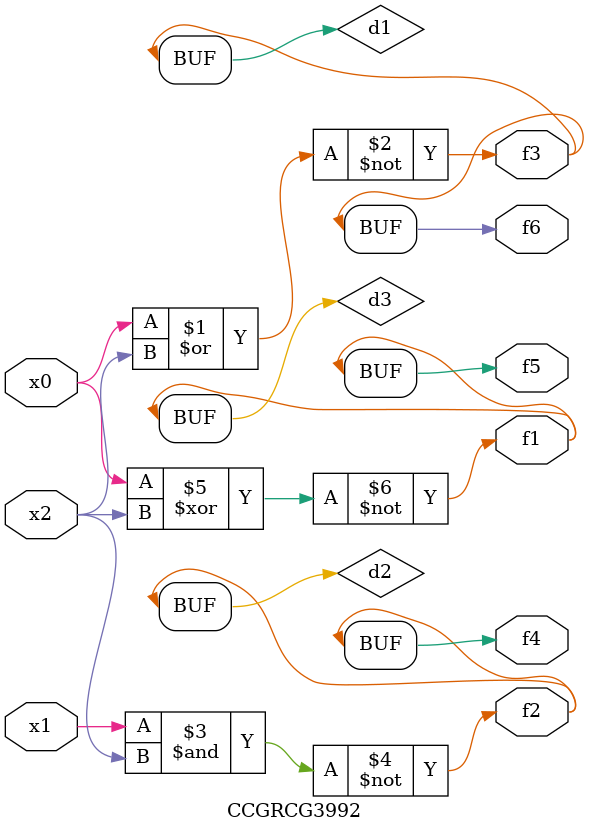
<source format=v>
module CCGRCG3992(
	input x0, x1, x2,
	output f1, f2, f3, f4, f5, f6
);

	wire d1, d2, d3;

	nor (d1, x0, x2);
	nand (d2, x1, x2);
	xnor (d3, x0, x2);
	assign f1 = d3;
	assign f2 = d2;
	assign f3 = d1;
	assign f4 = d2;
	assign f5 = d3;
	assign f6 = d1;
endmodule

</source>
